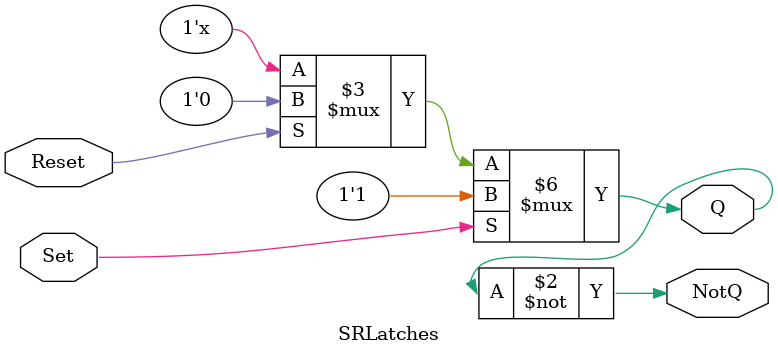
<source format=v>
`timescale 1ns / 1ps


module SRLatches(
    input Set,
    input Reset,
    output reg Q,
    output NotQ
 );
    
        always @(Set, Reset) begin
            if (Set)
                Q <= 1;
            else if (Reset)
                Q <= 0;
    end

    assign NotQ = ~Q; 


endmodule

</source>
